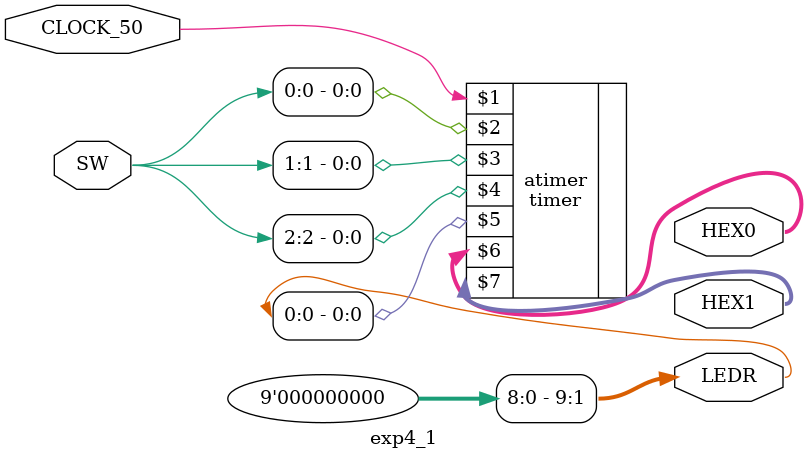
<source format=v>


module exp4_1(

	//////////// CLOCK //////////		   
	input 		          		CLOCK_50,//系统时钟

	//////////// SW //////////
	input 		     [2:0]		SW,

	//////////// LED //////////
	output		     [9:0]		LEDR,//指示计时结束

	//////////// Seg7 //////////
	output		     [6:0]		HEX0,//个位
	output		     [6:0]		HEX1 //十位
);
	assign LEDR[9:1]=9'b0;
	timer atimer(CLOCK_50,SW[0],SW[1],SW[2],LEDR[0],HEX0,HEX1);

endmodule

</source>
